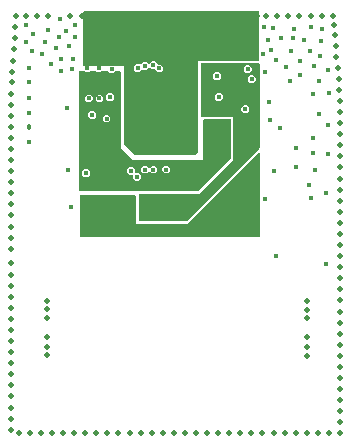
<source format=gbr>
G04 EAGLE Gerber RS-274X export*
G75*
%MOMM*%
%FSLAX34Y34*%
%LPD*%
%INCopper Layer 15*%
%IPPOS*%
%AMOC8*
5,1,8,0,0,1.08239X$1,22.5*%
G01*
%ADD10C,0.457200*%
%ADD11C,0.453200*%
%ADD12C,0.403200*%
%ADD13C,0.503200*%

G36*
X163518Y245145D02*
X163518Y245145D01*
X163609Y245152D01*
X163639Y245164D01*
X163671Y245170D01*
X163751Y245212D01*
X163835Y245248D01*
X163867Y245274D01*
X163888Y245285D01*
X163910Y245308D01*
X163966Y245353D01*
X166506Y247893D01*
X166559Y247967D01*
X166619Y248036D01*
X166631Y248066D01*
X166650Y248092D01*
X166677Y248179D01*
X166711Y248264D01*
X166715Y248305D01*
X166722Y248328D01*
X166721Y248360D01*
X166729Y248431D01*
X166729Y324792D01*
X217911Y324792D01*
X217931Y324795D01*
X217950Y324793D01*
X218052Y324815D01*
X218154Y324832D01*
X218171Y324841D01*
X218191Y324845D01*
X218280Y324898D01*
X218371Y324947D01*
X218385Y324961D01*
X218402Y324971D01*
X218469Y325050D01*
X218541Y325125D01*
X218549Y325143D01*
X218562Y325158D01*
X218601Y325254D01*
X218644Y325348D01*
X218646Y325368D01*
X218654Y325386D01*
X218672Y325553D01*
X218672Y366190D01*
X218670Y366201D01*
X218671Y366208D01*
X218670Y366215D01*
X218671Y366229D01*
X218649Y366331D01*
X218633Y366433D01*
X218623Y366450D01*
X218619Y366470D01*
X218566Y366559D01*
X218517Y366650D01*
X218503Y366664D01*
X218493Y366681D01*
X218414Y366748D01*
X218339Y366820D01*
X218321Y366828D01*
X218306Y366841D01*
X218210Y366880D01*
X218116Y366923D01*
X218096Y366925D01*
X218078Y366933D01*
X217911Y366951D01*
X70337Y366951D01*
X70317Y366948D01*
X70298Y366950D01*
X70196Y366928D01*
X70094Y366912D01*
X70077Y366902D01*
X70057Y366898D01*
X69968Y366845D01*
X69877Y366796D01*
X69863Y366782D01*
X69846Y366772D01*
X69779Y366693D01*
X69708Y366618D01*
X69699Y366600D01*
X69686Y366585D01*
X69647Y366489D01*
X69604Y366395D01*
X69602Y366375D01*
X69594Y366357D01*
X69576Y366190D01*
X69576Y321710D01*
X69579Y321690D01*
X69577Y321671D01*
X69599Y321569D01*
X69616Y321467D01*
X69625Y321450D01*
X69629Y321430D01*
X69682Y321341D01*
X69731Y321250D01*
X69745Y321236D01*
X69755Y321219D01*
X69834Y321152D01*
X69909Y321081D01*
X69927Y321072D01*
X69942Y321059D01*
X70038Y321020D01*
X70132Y320977D01*
X70152Y320975D01*
X70170Y320967D01*
X70337Y320949D01*
X104501Y320949D01*
X104501Y254527D01*
X104516Y254437D01*
X104523Y254346D01*
X104535Y254316D01*
X104541Y254284D01*
X104583Y254204D01*
X104619Y254120D01*
X104645Y254088D01*
X104656Y254067D01*
X104679Y254045D01*
X104724Y253989D01*
X113360Y245353D01*
X113434Y245300D01*
X113503Y245240D01*
X113533Y245228D01*
X113559Y245209D01*
X113646Y245182D01*
X113731Y245148D01*
X113772Y245144D01*
X113795Y245137D01*
X113827Y245138D01*
X113898Y245130D01*
X163428Y245130D01*
X163518Y245145D01*
G37*
G36*
X167467Y215300D02*
X167467Y215300D01*
X167558Y215307D01*
X167587Y215319D01*
X167619Y215325D01*
X167700Y215367D01*
X167784Y215403D01*
X167816Y215429D01*
X167837Y215440D01*
X167859Y215463D01*
X167915Y215508D01*
X194446Y242039D01*
X194499Y242113D01*
X194559Y242183D01*
X194571Y242213D01*
X194590Y242239D01*
X194617Y242326D01*
X194651Y242411D01*
X194655Y242452D01*
X194662Y242474D01*
X194661Y242506D01*
X194669Y242577D01*
X194669Y275355D01*
X194666Y275375D01*
X194668Y275394D01*
X194646Y275496D01*
X194630Y275598D01*
X194620Y275615D01*
X194616Y275635D01*
X194563Y275724D01*
X194514Y275815D01*
X194500Y275829D01*
X194490Y275846D01*
X194411Y275913D01*
X194336Y275985D01*
X194318Y275993D01*
X194303Y276006D01*
X194207Y276045D01*
X194113Y276088D01*
X194093Y276090D01*
X194075Y276098D01*
X193908Y276116D01*
X172318Y276116D01*
X172298Y276113D01*
X172279Y276115D01*
X172177Y276093D01*
X172075Y276077D01*
X172058Y276067D01*
X172038Y276063D01*
X171949Y276010D01*
X171858Y275961D01*
X171844Y275947D01*
X171827Y275937D01*
X171760Y275858D01*
X171689Y275783D01*
X171680Y275765D01*
X171667Y275750D01*
X171628Y275654D01*
X171585Y275560D01*
X171583Y275540D01*
X171575Y275522D01*
X171557Y275355D01*
X171557Y240937D01*
X111673Y240937D01*
X101324Y251286D01*
X101324Y315868D01*
X101321Y315888D01*
X101323Y315907D01*
X101301Y316009D01*
X101285Y316111D01*
X101275Y316128D01*
X101271Y316148D01*
X101218Y316237D01*
X101169Y316328D01*
X101155Y316342D01*
X101145Y316359D01*
X101066Y316426D01*
X100991Y316498D01*
X100973Y316506D01*
X100958Y316519D01*
X100862Y316558D01*
X100768Y316601D01*
X100748Y316603D01*
X100730Y316611D01*
X100563Y316629D01*
X97593Y316629D01*
X97503Y316615D01*
X97412Y316607D01*
X97382Y316595D01*
X97350Y316590D01*
X97269Y316547D01*
X97185Y316511D01*
X97153Y316485D01*
X97133Y316474D01*
X97110Y316451D01*
X97054Y316406D01*
X95361Y314713D01*
X92639Y314713D01*
X90946Y316406D01*
X90872Y316459D01*
X90802Y316519D01*
X90772Y316531D01*
X90746Y316550D01*
X90659Y316577D01*
X90574Y316611D01*
X90533Y316615D01*
X90511Y316622D01*
X90479Y316621D01*
X90407Y316629D01*
X85593Y316629D01*
X85503Y316615D01*
X85412Y316607D01*
X85382Y316595D01*
X85350Y316590D01*
X85269Y316547D01*
X85185Y316511D01*
X85153Y316485D01*
X85133Y316474D01*
X85110Y316451D01*
X85054Y316406D01*
X84361Y315713D01*
X81639Y315713D01*
X80946Y316406D01*
X80872Y316459D01*
X80802Y316519D01*
X80772Y316531D01*
X80746Y316550D01*
X80659Y316577D01*
X80574Y316611D01*
X80533Y316615D01*
X80511Y316622D01*
X80479Y316621D01*
X80407Y316629D01*
X75593Y316629D01*
X75503Y316615D01*
X75412Y316607D01*
X75382Y316595D01*
X75350Y316590D01*
X75269Y316547D01*
X75185Y316511D01*
X75153Y316485D01*
X75133Y316474D01*
X75110Y316451D01*
X75054Y316406D01*
X74361Y315713D01*
X71639Y315713D01*
X70946Y316406D01*
X70872Y316459D01*
X70802Y316519D01*
X70772Y316531D01*
X70746Y316550D01*
X70659Y316577D01*
X70574Y316611D01*
X70533Y316615D01*
X70511Y316622D01*
X70479Y316621D01*
X70407Y316629D01*
X66591Y316629D01*
X66571Y316626D01*
X66552Y316628D01*
X66450Y316606D01*
X66348Y316590D01*
X66331Y316580D01*
X66311Y316576D01*
X66222Y316523D01*
X66131Y316474D01*
X66117Y316460D01*
X66100Y316450D01*
X66033Y316371D01*
X65962Y316296D01*
X65953Y316278D01*
X65940Y316263D01*
X65901Y316167D01*
X65858Y316073D01*
X65856Y316053D01*
X65848Y316035D01*
X65830Y315868D01*
X65830Y216046D01*
X65833Y216026D01*
X65831Y216007D01*
X65853Y215905D01*
X65870Y215803D01*
X65879Y215786D01*
X65883Y215766D01*
X65936Y215677D01*
X65985Y215586D01*
X65999Y215572D01*
X66009Y215555D01*
X66088Y215488D01*
X66163Y215417D01*
X66181Y215408D01*
X66196Y215395D01*
X66292Y215356D01*
X66386Y215313D01*
X66406Y215311D01*
X66424Y215303D01*
X66591Y215285D01*
X167377Y215285D01*
X167467Y215300D01*
G37*
G36*
X218439Y175982D02*
X218439Y175982D01*
X218458Y175980D01*
X218560Y176002D01*
X218662Y176019D01*
X218679Y176028D01*
X218699Y176032D01*
X218788Y176085D01*
X218879Y176134D01*
X218893Y176148D01*
X218910Y176158D01*
X218977Y176237D01*
X219049Y176312D01*
X219057Y176330D01*
X219070Y176345D01*
X219109Y176441D01*
X219152Y176535D01*
X219154Y176555D01*
X219162Y176573D01*
X219180Y176740D01*
X219180Y246288D01*
X219169Y246359D01*
X219167Y246430D01*
X219149Y246479D01*
X219141Y246531D01*
X219107Y246594D01*
X219082Y246661D01*
X219050Y246702D01*
X219025Y246748D01*
X218974Y246797D01*
X218929Y246853D01*
X218885Y246882D01*
X218847Y246918D01*
X218782Y246948D01*
X218722Y246986D01*
X218671Y246999D01*
X218624Y247021D01*
X218553Y247029D01*
X218483Y247047D01*
X218431Y247042D01*
X218380Y247048D01*
X218309Y247033D01*
X218238Y247027D01*
X218190Y247007D01*
X218139Y246996D01*
X218078Y246959D01*
X218012Y246931D01*
X217956Y246886D01*
X217928Y246870D01*
X217913Y246852D01*
X217881Y246826D01*
X157636Y186581D01*
X114024Y186581D01*
X114024Y210331D01*
X114021Y210351D01*
X114023Y210370D01*
X114001Y210472D01*
X113985Y210574D01*
X113975Y210591D01*
X113971Y210611D01*
X113918Y210700D01*
X113869Y210791D01*
X113855Y210805D01*
X113845Y210822D01*
X113766Y210889D01*
X113691Y210961D01*
X113673Y210969D01*
X113658Y210982D01*
X113562Y211021D01*
X113468Y211064D01*
X113448Y211066D01*
X113430Y211074D01*
X113263Y211092D01*
X67464Y211092D01*
X67444Y211089D01*
X67425Y211091D01*
X67323Y211069D01*
X67221Y211053D01*
X67204Y211043D01*
X67184Y211039D01*
X67095Y210986D01*
X67004Y210937D01*
X66990Y210923D01*
X66973Y210913D01*
X66906Y210834D01*
X66835Y210759D01*
X66826Y210741D01*
X66813Y210726D01*
X66774Y210630D01*
X66731Y210536D01*
X66729Y210516D01*
X66721Y210498D01*
X66703Y210331D01*
X66703Y176740D01*
X66706Y176720D01*
X66704Y176701D01*
X66726Y176599D01*
X66743Y176497D01*
X66752Y176480D01*
X66756Y176460D01*
X66809Y176371D01*
X66858Y176280D01*
X66872Y176266D01*
X66882Y176249D01*
X66961Y176182D01*
X67036Y176111D01*
X67054Y176102D01*
X67069Y176089D01*
X67165Y176050D01*
X67259Y176007D01*
X67279Y176005D01*
X67297Y175997D01*
X67464Y175979D01*
X218419Y175979D01*
X218439Y175982D01*
G37*
G36*
X157295Y189392D02*
X157295Y189392D01*
X157386Y189399D01*
X157416Y189411D01*
X157448Y189417D01*
X157528Y189459D01*
X157612Y189495D01*
X157644Y189521D01*
X157665Y189532D01*
X157687Y189555D01*
X157743Y189600D01*
X218830Y250687D01*
X218883Y250761D01*
X218943Y250830D01*
X218955Y250860D01*
X218974Y250886D01*
X219001Y250973D01*
X219035Y251058D01*
X219039Y251099D01*
X219046Y251122D01*
X219045Y251154D01*
X219053Y251225D01*
X219053Y322251D01*
X219050Y322271D01*
X219052Y322290D01*
X219030Y322392D01*
X219014Y322494D01*
X219004Y322511D01*
X219000Y322531D01*
X218947Y322620D01*
X218898Y322711D01*
X218884Y322725D01*
X218874Y322742D01*
X218795Y322809D01*
X218720Y322881D01*
X218702Y322889D01*
X218687Y322902D01*
X218591Y322941D01*
X218497Y322984D01*
X218477Y322986D01*
X218459Y322994D01*
X218292Y323012D01*
X170159Y323012D01*
X170139Y323009D01*
X170120Y323011D01*
X170018Y322989D01*
X169916Y322973D01*
X169899Y322963D01*
X169879Y322959D01*
X169790Y322906D01*
X169699Y322857D01*
X169685Y322843D01*
X169668Y322833D01*
X169601Y322754D01*
X169530Y322679D01*
X169521Y322661D01*
X169508Y322646D01*
X169469Y322550D01*
X169426Y322456D01*
X169424Y322436D01*
X169416Y322418D01*
X169398Y322251D01*
X169398Y278276D01*
X169401Y278256D01*
X169399Y278237D01*
X169421Y278135D01*
X169438Y278033D01*
X169447Y278016D01*
X169451Y277996D01*
X169504Y277907D01*
X169553Y277816D01*
X169567Y277802D01*
X169577Y277785D01*
X169656Y277718D01*
X169731Y277647D01*
X169749Y277638D01*
X169764Y277625D01*
X169860Y277586D01*
X169954Y277543D01*
X169974Y277541D01*
X169992Y277533D01*
X170159Y277515D01*
X196322Y277515D01*
X196322Y241126D01*
X167558Y212362D01*
X117708Y212362D01*
X117688Y212359D01*
X117669Y212361D01*
X117567Y212339D01*
X117465Y212323D01*
X117448Y212313D01*
X117428Y212309D01*
X117339Y212256D01*
X117248Y212207D01*
X117234Y212193D01*
X117217Y212183D01*
X117150Y212104D01*
X117079Y212029D01*
X117070Y212011D01*
X117057Y211996D01*
X117018Y211900D01*
X116975Y211806D01*
X116973Y211786D01*
X116965Y211768D01*
X116947Y211601D01*
X116947Y190138D01*
X116950Y190118D01*
X116948Y190099D01*
X116970Y189997D01*
X116987Y189895D01*
X116996Y189878D01*
X117000Y189858D01*
X117053Y189769D01*
X117102Y189678D01*
X117116Y189664D01*
X117126Y189647D01*
X117205Y189580D01*
X117280Y189509D01*
X117298Y189500D01*
X117313Y189487D01*
X117409Y189448D01*
X117503Y189405D01*
X117523Y189403D01*
X117541Y189395D01*
X117708Y189377D01*
X157205Y189377D01*
X157295Y189392D01*
G37*
%LPC*%
G36*
X132887Y315375D02*
X132887Y315375D01*
X130962Y317301D01*
X130962Y317536D01*
X130959Y317555D01*
X130961Y317575D01*
X130939Y317677D01*
X130922Y317779D01*
X130913Y317796D01*
X130909Y317816D01*
X130855Y317905D01*
X130807Y317996D01*
X130793Y318010D01*
X130782Y318027D01*
X130704Y318094D01*
X130629Y318165D01*
X130611Y318174D01*
X130595Y318187D01*
X130499Y318225D01*
X130406Y318269D01*
X130386Y318271D01*
X130367Y318279D01*
X130201Y318297D01*
X127851Y318297D01*
X126436Y319712D01*
X126420Y319723D01*
X126408Y319739D01*
X126321Y319795D01*
X126237Y319855D01*
X126218Y319861D01*
X126201Y319872D01*
X126100Y319897D01*
X126002Y319928D01*
X125982Y319927D01*
X125962Y319932D01*
X125859Y319924D01*
X125756Y319921D01*
X125737Y319914D01*
X125717Y319913D01*
X125622Y319872D01*
X125525Y319837D01*
X125509Y319824D01*
X125491Y319817D01*
X125360Y319712D01*
X123361Y317713D01*
X120639Y317713D01*
X120538Y317814D01*
X120522Y317825D01*
X120510Y317841D01*
X120422Y317897D01*
X120339Y317957D01*
X120320Y317963D01*
X120303Y317974D01*
X120202Y317999D01*
X120103Y318029D01*
X120084Y318029D01*
X120064Y318034D01*
X119961Y318026D01*
X119858Y318023D01*
X119839Y318016D01*
X119819Y318015D01*
X119724Y317974D01*
X119627Y317939D01*
X119611Y317926D01*
X119593Y317918D01*
X119462Y317814D01*
X117361Y315713D01*
X114639Y315713D01*
X112713Y317639D01*
X112713Y320361D01*
X114639Y322287D01*
X117361Y322287D01*
X117462Y322186D01*
X117478Y322175D01*
X117490Y322159D01*
X117577Y322103D01*
X117661Y322043D01*
X117680Y322037D01*
X117697Y322026D01*
X117798Y322001D01*
X117896Y321971D01*
X117916Y321971D01*
X117936Y321966D01*
X118039Y321974D01*
X118142Y321977D01*
X118161Y321984D01*
X118181Y321985D01*
X118276Y322026D01*
X118373Y322061D01*
X118389Y322074D01*
X118407Y322082D01*
X118538Y322186D01*
X120639Y324287D01*
X123361Y324287D01*
X124776Y322872D01*
X124792Y322860D01*
X124805Y322845D01*
X124892Y322789D01*
X124976Y322729D01*
X124995Y322723D01*
X125012Y322712D01*
X125112Y322687D01*
X125211Y322656D01*
X125231Y322657D01*
X125250Y322652D01*
X125353Y322660D01*
X125457Y322663D01*
X125476Y322669D01*
X125495Y322671D01*
X125590Y322711D01*
X125688Y322747D01*
X125703Y322759D01*
X125722Y322767D01*
X125853Y322872D01*
X127851Y324871D01*
X130574Y324871D01*
X132499Y322945D01*
X132499Y322710D01*
X132502Y322690D01*
X132500Y322670D01*
X132522Y322569D01*
X132539Y322467D01*
X132548Y322450D01*
X132552Y322430D01*
X132606Y322341D01*
X132654Y322250D01*
X132668Y322236D01*
X132679Y322219D01*
X132757Y322152D01*
X132832Y322080D01*
X132850Y322072D01*
X132866Y322059D01*
X132962Y322020D01*
X133055Y321977D01*
X133075Y321975D01*
X133094Y321967D01*
X133260Y321949D01*
X135610Y321949D01*
X137535Y320023D01*
X137535Y317301D01*
X135610Y315375D01*
X132887Y315375D01*
G37*
%LPD*%
%LPC*%
G36*
X113639Y223713D02*
X113639Y223713D01*
X111713Y225639D01*
X111713Y227952D01*
X111710Y227972D01*
X111712Y227991D01*
X111690Y228093D01*
X111674Y228195D01*
X111664Y228212D01*
X111660Y228232D01*
X111607Y228321D01*
X111558Y228412D01*
X111544Y228426D01*
X111534Y228443D01*
X111455Y228510D01*
X111380Y228582D01*
X111362Y228590D01*
X111347Y228603D01*
X111251Y228642D01*
X111157Y228685D01*
X111137Y228687D01*
X111119Y228695D01*
X110952Y228713D01*
X108639Y228713D01*
X106713Y230639D01*
X106713Y233361D01*
X108639Y235287D01*
X111361Y235287D01*
X113287Y233361D01*
X113287Y231048D01*
X113290Y231028D01*
X113288Y231009D01*
X113310Y230907D01*
X113326Y230805D01*
X113336Y230788D01*
X113340Y230768D01*
X113393Y230679D01*
X113442Y230588D01*
X113456Y230574D01*
X113466Y230557D01*
X113545Y230490D01*
X113620Y230418D01*
X113638Y230410D01*
X113653Y230397D01*
X113749Y230358D01*
X113843Y230315D01*
X113863Y230313D01*
X113881Y230305D01*
X114048Y230287D01*
X116361Y230287D01*
X118287Y228361D01*
X118287Y225639D01*
X116361Y223713D01*
X113639Y223713D01*
G37*
%LPD*%
%LPC*%
G36*
X120639Y229713D02*
X120639Y229713D01*
X118713Y231639D01*
X118713Y234361D01*
X120639Y236287D01*
X123361Y236287D01*
X124962Y234686D01*
X124978Y234675D01*
X124990Y234659D01*
X125078Y234603D01*
X125161Y234543D01*
X125180Y234537D01*
X125197Y234526D01*
X125298Y234501D01*
X125397Y234471D01*
X125416Y234471D01*
X125436Y234466D01*
X125539Y234474D01*
X125642Y234477D01*
X125661Y234484D01*
X125681Y234485D01*
X125776Y234526D01*
X125873Y234561D01*
X125889Y234574D01*
X125907Y234582D01*
X126038Y234686D01*
X127639Y236287D01*
X130361Y236287D01*
X132287Y234361D01*
X132287Y231639D01*
X130361Y229713D01*
X127639Y229713D01*
X126038Y231314D01*
X126022Y231325D01*
X126010Y231341D01*
X125922Y231397D01*
X125839Y231457D01*
X125820Y231463D01*
X125803Y231474D01*
X125702Y231499D01*
X125603Y231529D01*
X125584Y231529D01*
X125564Y231534D01*
X125461Y231526D01*
X125358Y231523D01*
X125339Y231516D01*
X125319Y231515D01*
X125224Y231474D01*
X125127Y231439D01*
X125111Y231426D01*
X125093Y231418D01*
X124962Y231314D01*
X123361Y229713D01*
X120639Y229713D01*
G37*
%LPD*%
%LPC*%
G36*
X207639Y314713D02*
X207639Y314713D01*
X205713Y316639D01*
X205713Y319361D01*
X207639Y321287D01*
X210361Y321287D01*
X212287Y319361D01*
X212287Y316639D01*
X210361Y314713D01*
X207639Y314713D01*
G37*
%LPD*%
%LPC*%
G36*
X181639Y308713D02*
X181639Y308713D01*
X179713Y310639D01*
X179713Y313361D01*
X181639Y315287D01*
X184361Y315287D01*
X186287Y313361D01*
X186287Y310639D01*
X184361Y308713D01*
X181639Y308713D01*
G37*
%LPD*%
%LPC*%
G36*
X211139Y306213D02*
X211139Y306213D01*
X209213Y308139D01*
X209213Y310861D01*
X211139Y312787D01*
X213861Y312787D01*
X215787Y310861D01*
X215787Y308139D01*
X213861Y306213D01*
X211139Y306213D01*
G37*
%LPD*%
%LPC*%
G36*
X183139Y291213D02*
X183139Y291213D01*
X181213Y293139D01*
X181213Y295861D01*
X183139Y297787D01*
X185861Y297787D01*
X187787Y295861D01*
X187787Y293139D01*
X185861Y291213D01*
X183139Y291213D01*
G37*
%LPD*%
%LPC*%
G36*
X91082Y290958D02*
X91082Y290958D01*
X89157Y292884D01*
X89157Y295607D01*
X91082Y297532D01*
X93805Y297532D01*
X95731Y295607D01*
X95731Y292884D01*
X93805Y290958D01*
X91082Y290958D01*
G37*
%LPD*%
%LPC*%
G36*
X73082Y289958D02*
X73082Y289958D01*
X71157Y291884D01*
X71157Y294607D01*
X73082Y296532D01*
X75805Y296532D01*
X77731Y294607D01*
X77731Y291884D01*
X75805Y289958D01*
X73082Y289958D01*
G37*
%LPD*%
%LPC*%
G36*
X82082Y289958D02*
X82082Y289958D01*
X80157Y291884D01*
X80157Y294607D01*
X82082Y296532D01*
X84805Y296532D01*
X86731Y294607D01*
X86731Y291884D01*
X84805Y289958D01*
X82082Y289958D01*
G37*
%LPD*%
%LPC*%
G36*
X205639Y280713D02*
X205639Y280713D01*
X203713Y282639D01*
X203713Y285361D01*
X205639Y287287D01*
X208361Y287287D01*
X210287Y285361D01*
X210287Y282639D01*
X208361Y280713D01*
X205639Y280713D01*
G37*
%LPD*%
%LPC*%
G36*
X76082Y275958D02*
X76082Y275958D01*
X74157Y277884D01*
X74157Y280607D01*
X76082Y282532D01*
X78805Y282532D01*
X80731Y280607D01*
X80731Y277884D01*
X78805Y275958D01*
X76082Y275958D01*
G37*
%LPD*%
%LPC*%
G36*
X88082Y272958D02*
X88082Y272958D01*
X86157Y274884D01*
X86157Y277607D01*
X88082Y279532D01*
X90805Y279532D01*
X92731Y277607D01*
X92731Y274884D01*
X90805Y272958D01*
X88082Y272958D01*
G37*
%LPD*%
%LPC*%
G36*
X138639Y229713D02*
X138639Y229713D01*
X136713Y231639D01*
X136713Y234361D01*
X138639Y236287D01*
X141361Y236287D01*
X143287Y234361D01*
X143287Y231639D01*
X141361Y229713D01*
X138639Y229713D01*
G37*
%LPD*%
%LPC*%
G36*
X70639Y226713D02*
X70639Y226713D01*
X68713Y228639D01*
X68713Y231361D01*
X70639Y233287D01*
X73361Y233287D01*
X75287Y231361D01*
X75287Y228639D01*
X73361Y226713D01*
X70639Y226713D01*
G37*
%LPD*%
D10*
X193296Y284365D03*
X184191Y318646D03*
X138865Y200325D03*
X138799Y205293D03*
X87150Y230905D03*
X178528Y232163D03*
X182731Y234476D03*
X190987Y261131D03*
X92328Y230954D03*
D11*
X91911Y309391D03*
X83116Y265749D03*
D10*
X177330Y237018D03*
X123423Y287706D03*
X136758Y276371D03*
X123423Y265036D03*
X123423Y276371D03*
X136758Y287706D03*
X150093Y287706D03*
X150093Y276371D03*
X150093Y265036D03*
X136758Y265036D03*
X113009Y265036D03*
X112882Y275990D03*
X113009Y287706D03*
X160634Y264909D03*
X160634Y276371D03*
X160581Y287714D03*
X113009Y253036D03*
X123423Y253036D03*
X136702Y253176D03*
X150093Y253120D03*
X160593Y253071D03*
X113009Y299706D03*
X123423Y299706D03*
X136758Y299706D03*
X150093Y299706D03*
X160581Y299714D03*
D12*
X184500Y294500D03*
X212500Y309500D03*
D13*
X12714Y363153D03*
X21381Y363000D03*
X30762Y363000D03*
X40143Y363000D03*
X58905Y363000D03*
X68286Y363000D03*
X77667Y363000D03*
X87048Y363000D03*
X96429Y363000D03*
X105810Y363000D03*
X115191Y363000D03*
X124572Y363000D03*
X133953Y363000D03*
X143334Y363000D03*
X152715Y363000D03*
X162096Y363000D03*
X210874Y363000D03*
X217255Y363000D03*
X224636Y363000D03*
X234017Y363000D03*
X243398Y363000D03*
X252779Y363000D03*
X262160Y363000D03*
X271541Y363000D03*
X280922Y363000D03*
X12170Y353747D03*
X11634Y344055D03*
X11238Y334984D03*
X10455Y325170D03*
X9847Y316022D03*
X9490Y306890D03*
X8873Y297333D03*
X8873Y287952D03*
X8873Y278571D03*
X8873Y269190D03*
X8873Y259809D03*
X8873Y250428D03*
X8873Y241047D03*
X8873Y231666D03*
X8873Y222285D03*
X8873Y212904D03*
X8873Y184761D03*
X8873Y175380D03*
X8873Y165999D03*
X8873Y97205D03*
X8873Y87824D03*
X8873Y78443D03*
X8873Y69062D03*
X8873Y59681D03*
X8873Y50300D03*
X8873Y40919D03*
X8873Y31538D03*
X8873Y22157D03*
X8873Y12776D03*
X15127Y9649D03*
X24508Y9649D03*
X33889Y9649D03*
X43270Y9649D03*
X52651Y9649D03*
X62032Y9649D03*
X71413Y9649D03*
X80794Y9649D03*
X90175Y9649D03*
X99556Y9649D03*
X108937Y9649D03*
X118318Y9649D03*
X127699Y9649D03*
X137080Y9649D03*
X146461Y9649D03*
X155842Y9649D03*
X165223Y9649D03*
X174604Y9649D03*
X183985Y9649D03*
X193366Y9649D03*
X202747Y9649D03*
X212128Y9649D03*
X221509Y9649D03*
X230890Y9649D03*
X240271Y9649D03*
X249652Y9649D03*
X259033Y9649D03*
X268414Y9649D03*
X277795Y9649D03*
X287176Y9649D03*
X287176Y19030D03*
X287176Y28411D03*
X287176Y37792D03*
X287176Y47173D03*
X287176Y56554D03*
X287176Y65935D03*
X287176Y75316D03*
X287176Y84697D03*
X287176Y94078D03*
X287176Y103459D03*
X287176Y112840D03*
X287176Y122221D03*
X287176Y131602D03*
X287176Y140983D03*
X287176Y150364D03*
X287176Y159745D03*
X287176Y169126D03*
X287176Y178507D03*
X287176Y187888D03*
X287176Y197269D03*
X287176Y206650D03*
X287176Y216031D03*
X287176Y225412D03*
X287176Y234793D03*
X287176Y244174D03*
X287176Y253555D03*
X287176Y262936D03*
X287176Y272317D03*
X287176Y281698D03*
X287176Y291079D03*
X286176Y300460D03*
X286176Y309841D03*
X285176Y319222D03*
X284049Y328603D03*
X284049Y337984D03*
X283049Y347365D03*
X282049Y355746D03*
X199985Y365000D03*
X8873Y106586D03*
X8873Y115967D03*
X8873Y125348D03*
X8873Y134729D03*
X8873Y144110D03*
X8873Y153491D03*
X8873Y203523D03*
X8873Y194142D03*
D12*
X152000Y325000D03*
X152000Y331000D03*
X152000Y339000D03*
X157000Y343000D03*
X162000Y347000D03*
X165746Y351242D03*
X170353Y356392D03*
X172134Y363258D03*
X172000Y328000D03*
X172000Y334000D03*
X174000Y340000D03*
X180736Y345370D03*
X186231Y348463D03*
X186190Y356508D03*
X146000Y326000D03*
X141000Y329000D03*
X136000Y333000D03*
X130000Y334000D03*
X124000Y334000D03*
X119000Y338000D03*
X118000Y344000D03*
X125000Y343000D03*
X132000Y342000D03*
X139000Y342000D03*
X146000Y342000D03*
X27000Y348000D03*
X47000Y336000D03*
X35000Y331000D03*
X63000Y345000D03*
X49000Y345000D03*
X26000Y333000D03*
X51000Y327000D03*
X237000Y344000D03*
X253000Y325000D03*
X233000Y326000D03*
X257000Y343000D03*
X272000Y352000D03*
X248000Y352000D03*
X230000Y353000D03*
X269000Y308000D03*
X270000Y329000D03*
X253000Y313000D03*
X277000Y271000D03*
X269000Y280000D03*
X224000Y316000D03*
X264000Y260000D03*
X277000Y246000D03*
X264000Y247000D03*
X266000Y233000D03*
X250000Y235000D03*
X231000Y232000D03*
X250000Y251000D03*
X227000Y290000D03*
X228000Y275000D03*
X207000Y284000D03*
X183000Y312000D03*
X209000Y318000D03*
X57000Y233000D03*
X72000Y230000D03*
X59000Y201000D03*
X40000Y351000D03*
X63000Y355000D03*
X55000Y350000D03*
X21000Y355000D03*
X21000Y341000D03*
X37000Y341000D03*
X58000Y338000D03*
X61000Y327000D03*
X60000Y318000D03*
X246000Y333000D03*
X229000Y334000D03*
X226000Y343000D03*
X271000Y342000D03*
X277000Y317000D03*
X265000Y321000D03*
X264000Y297000D03*
X278000Y298000D03*
X262000Y333000D03*
X263000Y354000D03*
X245000Y308000D03*
X203000Y346000D03*
X210701Y353773D03*
X211000Y336000D03*
X189117Y343506D03*
X183000Y334000D03*
X197617Y332520D03*
X201955Y354954D03*
X193508Y352238D03*
X211000Y344000D03*
X196872Y344193D03*
X217000Y352000D03*
X222000Y331000D03*
X214000Y328000D03*
X223000Y354000D03*
X241000Y320000D03*
X275000Y213000D03*
X263000Y209000D03*
X261000Y220000D03*
X224000Y208000D03*
X42444Y322245D03*
X50909Y316263D03*
D10*
X24009Y269036D03*
D13*
X190241Y363115D03*
D12*
X185054Y363105D03*
X247372Y344076D03*
X203053Y337709D03*
X49697Y360861D03*
X74444Y293245D03*
X92444Y294245D03*
X89444Y276245D03*
X83444Y293245D03*
X77444Y279245D03*
X193061Y335915D03*
X73000Y319000D03*
X83000Y319000D03*
X94000Y318000D03*
D10*
X105389Y199505D03*
D12*
X210000Y235000D03*
X216000Y239000D03*
D10*
X73389Y195505D03*
X73389Y200505D03*
X73389Y205505D03*
X189348Y206976D03*
X194348Y206976D03*
D12*
X24000Y256000D03*
D10*
X100805Y202660D03*
X105447Y206521D03*
D12*
X24000Y307000D03*
X24000Y319000D03*
X134249Y318662D03*
X129212Y321584D03*
X116000Y319000D03*
X56005Y285492D03*
X110000Y232000D03*
X24000Y294000D03*
X115000Y227000D03*
X24000Y281000D03*
X122000Y233000D03*
X275000Y153000D03*
X129000Y233000D03*
X233000Y160000D03*
X140000Y233000D03*
X236000Y268000D03*
X122000Y321000D03*
D13*
X39000Y122000D03*
X39000Y115000D03*
X39000Y107000D03*
X39000Y91000D03*
X39000Y83000D03*
X39000Y76000D03*
X259000Y122000D03*
X259000Y107000D03*
X259000Y114000D03*
X259000Y91000D03*
X259000Y83000D03*
X259000Y75000D03*
M02*

</source>
